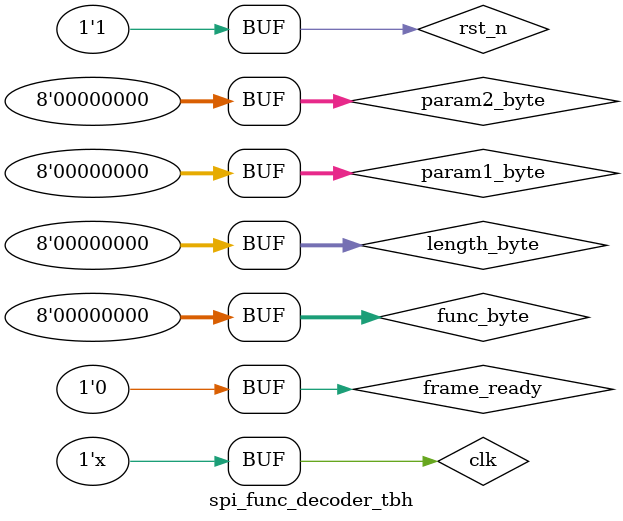
<source format=v>
`timescale 1ns / 1ps

module spi_func_decoder_tbh();
    reg clk, rst_n;

    reg frame_ready;
    reg [7:0] func_byte, length_byte, param1_byte, param2_byte;

    wire func_error;
    wire overlay_start;
    wire overlay_stop;
    wire dac_start;
    wire [11:0] dac_data;
    wire adc_start;
    wire [7:0] adc_sampling_rate;
    wire [7:0] adc_sample_nums;
    wire adc_data_request;
    wire [7:0] adc_request_nums;

    spi_func_decoder u0(clk, rst_n, frame_ready, func_byte, length_byte, param1_byte, param2_byte,
                        func_error, overlay_start, overlay_stop, dac_start, dac_data,
                        adc_start, adc_sampling_rate, adc_sample_nums, adc_data_request, adc_request_nums
                        );

    always #5 clk = ~clk;

    initial begin
        clk = 0;
        rst_n = 0;
        frame_ready = 0;
        func_byte   = 0;
        length_byte = 0;
        param1_byte = 0;
        param2_byte = 0;

        #15 rst_n = 1;

        // ²âÊÔ¼¯£¨Õý¼¯£©
        #101;
        func_byte = 1;
        #10 frame_ready = 1;
        #20 frame_ready = 0;
        func_byte = 0;

        #100;
        func_byte = 2;
        #10 frame_ready = 1;
        #20 frame_ready = 0;
        func_byte = 0;

        #100;
        func_byte = 3;
        length_byte = 2;
        param1_byte = 3;
        param2_byte = 8'hAA;
        #10 frame_ready = 1;
        #20 frame_ready = 0;
        func_byte = 0;
        length_byte = 0;
        param1_byte = 0;
        param2_byte = 8'd0;

        #100;
        func_byte = 4;
        length_byte = 2;
        param1_byte = 3;
        param2_byte = 4;
        #10 frame_ready = 1;
        #20 frame_ready = 0;
        func_byte = 0;
        length_byte = 0;
        param1_byte = 0;
        param2_byte = 0;

        #100;
        func_byte = 5;
        length_byte = 1;
        param2_byte = 5;
        #10 frame_ready = 1;
        #20 frame_ready = 0;
        func_byte = 0;
        length_byte = 0;
        param2_byte = 0;

        // ²âÊÔ¼¯£¨·´¼¯£©
        #100;
        func_byte = 8;
        #10 frame_ready = 1;
        #20 frame_ready = 0;
        func_byte = 0;

        #100;
        func_byte = 3;
        length_byte = 1;
        param2_byte = 1;
        #10 frame_ready = 1;
        #20 frame_ready = 0;
        func_byte = 0;
        length_byte = 0;
        param2_byte = 0;

        #100;
        func_byte = 4;
        length_byte = 3;
        param2_byte = 1;
        #10 frame_ready = 1;
        #20 frame_ready = 0;
        func_byte = 0;
        length_byte = 0;
        param2_byte = 0;

    end

endmodule

</source>
